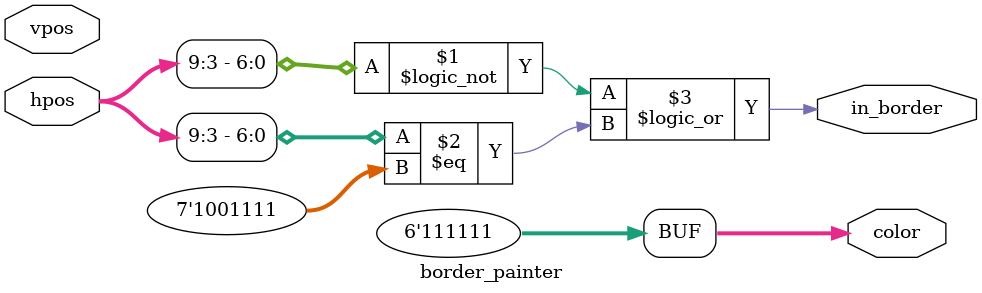
<source format=v>
`timescale 1ns / 1ps


module border_painter
#(
    parameter BORDER_WIDTH = 8
)(
    output in_border,
    output [5:0] color,
    input [9:0] hpos,
    input [8:0] vpos
);
    
    //                          BBGGRR
    parameter BORDER_COLOR = 6'b111111;
    parameter BORDER_LEFT = 10'd0;
    parameter BORDER_RIGHT = 10'd632;
    parameter BORDER_TOP = 9'd0;
    parameter BORDER_BIT_WIDTH = $clog2(BORDER_WIDTH);
    
    assign color = BORDER_COLOR;
    assign in_border = hpos[9:BORDER_BIT_WIDTH] == BORDER_LEFT[9:BORDER_BIT_WIDTH] || 
        hpos[9:BORDER_BIT_WIDTH] == BORDER_RIGHT[9:BORDER_BIT_WIDTH];
endmodule

</source>
